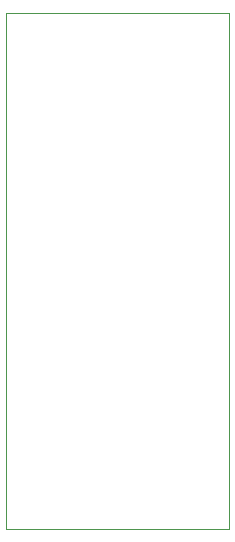
<source format=gbr>
%TF.GenerationSoftware,Altium Limited,Altium Designer,19.0.10 (269)*%
G04 Layer_Color=0*
%FSLAX45Y45*%
%MOMM*%
%TF.FileFunction,Profile,NP*%
%TF.Part,Single*%
G01*
G75*
%TA.AperFunction,Profile*%
%ADD61C,0.02540*%
D61*
X-25400Y-25400D02*
X1866900D01*
Y4343400D01*
X-25400D01*
Y-25400D01*
%TF.MD5,d0451bf550dcb79cc7ddfd725e351b73*%
M02*

</source>
